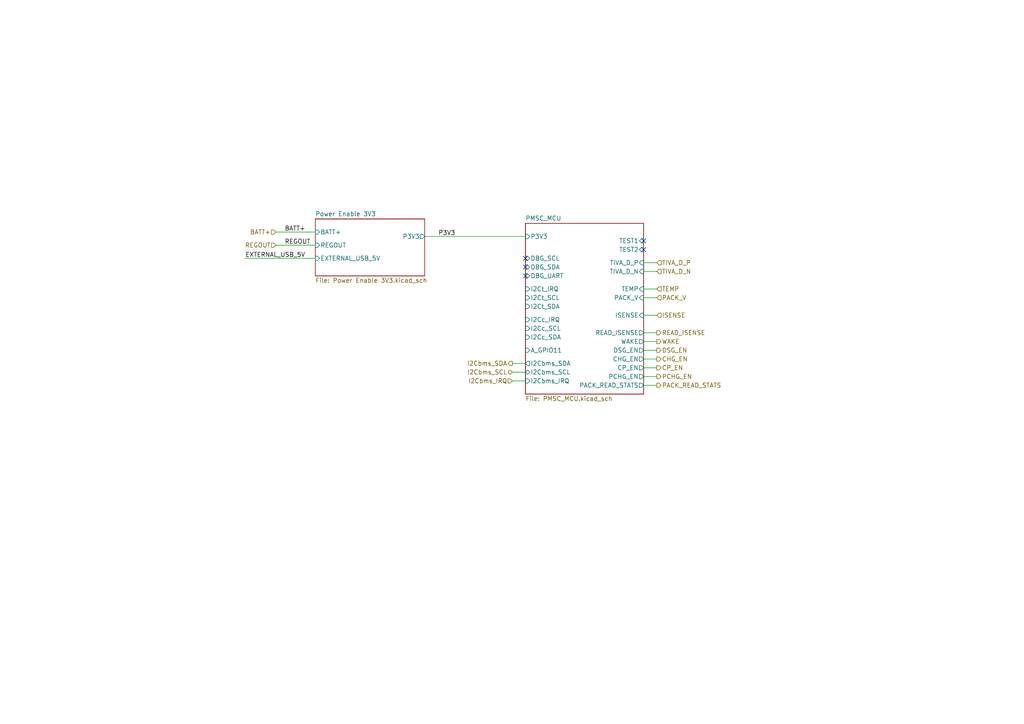
<source format=kicad_sch>
(kicad_sch
	(version 20250114)
	(generator "eeschema")
	(generator_version "9.0")
	(uuid "c54544e0-23c5-4adc-aad4-e9f1599901eb")
	(paper "A4")
	(lib_symbols)
	(no_connect
		(at 152.4 74.93)
		(uuid "0470becd-01b1-453d-8722-e9cafd9ef582")
	)
	(no_connect
		(at 152.4 80.01)
		(uuid "6a2688d6-51fc-469c-a2a7-7aecd5c6f015")
	)
	(no_connect
		(at 186.69 69.85)
		(uuid "889d5d5b-6b91-43ab-8622-4d584d6ad5ca")
	)
	(no_connect
		(at 186.69 72.39)
		(uuid "d982fc8a-f2d3-45e4-8989-595272446292")
	)
	(no_connect
		(at 152.4 77.47)
		(uuid "e0f3e54b-d004-4f74-a57d-4efee7b75306")
	)
	(wire
		(pts
			(xy 186.69 106.68) (xy 190.5 106.68)
		)
		(stroke
			(width 0)
			(type default)
		)
		(uuid "061ff7e9-5859-43c3-a4bf-093a18377132")
	)
	(wire
		(pts
			(xy 186.69 78.74) (xy 190.5 78.74)
		)
		(stroke
			(width 0)
			(type default)
		)
		(uuid "0e0af28c-4252-4f6f-9d2f-aec5164134df")
	)
	(wire
		(pts
			(xy 186.69 99.06) (xy 190.5 99.06)
		)
		(stroke
			(width 0)
			(type default)
		)
		(uuid "308aea47-1448-4908-a5bb-1e6b4b8640af")
	)
	(wire
		(pts
			(xy 71.12 74.93) (xy 91.44 74.93)
		)
		(stroke
			(width 0)
			(type default)
		)
		(uuid "4469ee48-515b-43d9-aac8-59959605a3f5")
	)
	(wire
		(pts
			(xy 148.59 110.49) (xy 152.4 110.49)
		)
		(stroke
			(width 0)
			(type default)
		)
		(uuid "45db15bf-4647-4b21-b5ce-be736ff8dd89")
	)
	(wire
		(pts
			(xy 186.69 91.44) (xy 190.5 91.44)
		)
		(stroke
			(width 0)
			(type default)
		)
		(uuid "644d250d-9906-4dc0-b1a4-3d314e2bf282")
	)
	(wire
		(pts
			(xy 186.69 109.22) (xy 190.5 109.22)
		)
		(stroke
			(width 0)
			(type default)
		)
		(uuid "6a99597f-1109-4662-bb80-6bfda50851c8")
	)
	(wire
		(pts
			(xy 186.69 96.52) (xy 190.5 96.52)
		)
		(stroke
			(width 0)
			(type default)
		)
		(uuid "78a6adb6-08da-4958-ad82-318d6edee8dd")
	)
	(wire
		(pts
			(xy 80.01 71.12) (xy 91.44 71.12)
		)
		(stroke
			(width 0)
			(type default)
		)
		(uuid "78dbd2db-e889-4c82-84a8-969267bcc71a")
	)
	(wire
		(pts
			(xy 148.59 105.41) (xy 152.4 105.41)
		)
		(stroke
			(width 0)
			(type default)
		)
		(uuid "8e2a34e8-af9b-42f9-b3f0-4ff0f5e3adea")
	)
	(wire
		(pts
			(xy 186.69 104.14) (xy 190.5 104.14)
		)
		(stroke
			(width 0)
			(type default)
		)
		(uuid "94a15a8e-6cb9-41ba-8bdc-a890f29f1b9e")
	)
	(wire
		(pts
			(xy 186.69 101.6) (xy 190.5 101.6)
		)
		(stroke
			(width 0)
			(type default)
		)
		(uuid "9b02185b-2b08-4486-929d-eaa06d26fa87")
	)
	(wire
		(pts
			(xy 186.69 83.82) (xy 190.5 83.82)
		)
		(stroke
			(width 0)
			(type default)
		)
		(uuid "a0e602f9-6ffc-43fc-b288-67b7e7ce3680")
	)
	(wire
		(pts
			(xy 186.69 76.2) (xy 190.5 76.2)
		)
		(stroke
			(width 0)
			(type default)
		)
		(uuid "c29810b2-2d57-46d7-8203-e66b2b158b98")
	)
	(wire
		(pts
			(xy 123.19 68.58) (xy 152.4 68.58)
		)
		(stroke
			(width 0)
			(type default)
		)
		(uuid "ca9d882e-0df6-4354-886c-046e32a501a4")
	)
	(wire
		(pts
			(xy 148.59 107.95) (xy 152.4 107.95)
		)
		(stroke
			(width 0)
			(type default)
		)
		(uuid "d3c0a2ad-cf25-4b94-845d-377c72fbb8fd")
	)
	(wire
		(pts
			(xy 186.69 111.76) (xy 190.5 111.76)
		)
		(stroke
			(width 0)
			(type default)
		)
		(uuid "d8c94108-ca17-4173-88d7-57b1b400894f")
	)
	(wire
		(pts
			(xy 186.69 86.36) (xy 190.5 86.36)
		)
		(stroke
			(width 0)
			(type default)
		)
		(uuid "e88738a2-c901-458f-a4ce-010b6e778b3f")
	)
	(wire
		(pts
			(xy 80.01 67.31) (xy 91.44 67.31)
		)
		(stroke
			(width 0)
			(type default)
		)
		(uuid "f27e44bc-e301-4ae3-827b-d42da1ddd3ef")
	)
	(label "EXTERNAL_USB_5V"
		(at 71.12 74.93 0)
		(effects
			(font
				(size 1.27 1.27)
			)
			(justify left bottom)
		)
		(uuid "81135adf-248b-46c3-a6cc-28b3cbbf0ea6")
	)
	(label "BATT+"
		(at 82.55 67.31 0)
		(effects
			(font
				(size 1.27 1.27)
			)
			(justify left bottom)
		)
		(uuid "8534b67a-c625-47a0-93d4-0149965790b8")
	)
	(label "P3V3"
		(at 132.08 68.58 180)
		(effects
			(font
				(size 1.27 1.27)
			)
			(justify right bottom)
		)
		(uuid "d8f488c6-e272-4a61-97c4-0f03d91f72b2")
	)
	(label "REGOUT"
		(at 82.55 71.12 0)
		(effects
			(font
				(size 1.27 1.27)
			)
			(justify left bottom)
		)
		(uuid "f4d5b5d1-632a-404b-bd94-6b47b28f142d")
	)
	(hierarchical_label "ISENSE"
		(shape input)
		(at 190.5 91.44 0)
		(effects
			(font
				(size 1.27 1.27)
			)
			(justify left)
		)
		(uuid "13fdfa73-2ae3-4026-9277-3f4050279da8")
	)
	(hierarchical_label "I2Cbms_SCL"
		(shape bidirectional)
		(at 148.59 107.95 180)
		(effects
			(font
				(size 1.27 1.27)
			)
			(justify right)
		)
		(uuid "1c7a2468-022d-43bb-9000-f7d4e46fa020")
	)
	(hierarchical_label "WAKE"
		(shape output)
		(at 190.5 99.06 0)
		(effects
			(font
				(size 1.27 1.27)
			)
			(justify left)
		)
		(uuid "1e396e89-8f09-4978-8b7c-e8534cd39b9a")
	)
	(hierarchical_label "PCHG_EN"
		(shape output)
		(at 190.5 109.22 0)
		(effects
			(font
				(size 1.27 1.27)
			)
			(justify left)
		)
		(uuid "2946dfd4-4872-432f-9822-3c2080ff244b")
	)
	(hierarchical_label "PACK_READ_STATS"
		(shape output)
		(at 190.5 111.76 0)
		(effects
			(font
				(size 1.27 1.27)
			)
			(justify left)
		)
		(uuid "2b7ac4de-6df8-41c5-99d6-730b06289e3c")
	)
	(hierarchical_label "TIVA_D_N"
		(shape input)
		(at 190.5 78.74 0)
		(effects
			(font
				(size 1.27 1.27)
			)
			(justify left)
		)
		(uuid "6a708754-d9e4-4303-a944-eb31d021feb7")
	)
	(hierarchical_label "CHG_EN"
		(shape output)
		(at 190.5 104.14 0)
		(effects
			(font
				(size 1.27 1.27)
			)
			(justify left)
		)
		(uuid "7fa865c7-d790-41b4-8988-4b75850971bd")
	)
	(hierarchical_label "I2Cbms_IRQ"
		(shape input)
		(at 148.59 110.49 180)
		(effects
			(font
				(size 1.27 1.27)
			)
			(justify right)
		)
		(uuid "8abfd8bc-7af8-4641-b744-22c646d94593")
	)
	(hierarchical_label "TEMP"
		(shape input)
		(at 190.5 83.82 0)
		(effects
			(font
				(size 1.27 1.27)
			)
			(justify left)
		)
		(uuid "8e8a699a-6afe-4484-aaac-989f04afb2a4")
	)
	(hierarchical_label "BATT+"
		(shape input)
		(at 80.01 67.31 180)
		(effects
			(font
				(size 1.27 1.27)
			)
			(justify right)
		)
		(uuid "bf89ad66-7e6e-431d-8482-6637e840c1f2")
	)
	(hierarchical_label "REGOUT"
		(shape input)
		(at 80.01 71.12 180)
		(effects
			(font
				(size 1.27 1.27)
			)
			(justify right)
		)
		(uuid "c113ac9d-edd5-4563-8415-af6d5c6fcf9c")
	)
	(hierarchical_label "READ_ISENSE"
		(shape output)
		(at 190.5 96.52 0)
		(effects
			(font
				(size 1.27 1.27)
			)
			(justify left)
		)
		(uuid "c6d50f6a-d1ca-4dce-8663-51e10183f402")
	)
	(hierarchical_label "DSG_EN"
		(shape output)
		(at 190.5 101.6 0)
		(effects
			(font
				(size 1.27 1.27)
			)
			(justify left)
		)
		(uuid "cfb5e21b-566b-447f-81ca-290e8ef8b0e3")
	)
	(hierarchical_label "PACK_V"
		(shape input)
		(at 190.5 86.36 0)
		(effects
			(font
				(size 1.27 1.27)
			)
			(justify left)
		)
		(uuid "d50ddb28-4dac-4662-a134-b181dbeea63a")
	)
	(hierarchical_label "I2Cbms_SDA"
		(shape output)
		(at 148.59 105.41 180)
		(effects
			(font
				(size 1.27 1.27)
			)
			(justify right)
		)
		(uuid "d8e43aaf-8e57-4cc5-8ea9-7808a1f4a9e0")
	)
	(hierarchical_label "TIVA_D_P"
		(shape input)
		(at 190.5 76.2 0)
		(effects
			(font
				(size 1.27 1.27)
			)
			(justify left)
		)
		(uuid "e0fe0c4f-1ecd-41c0-949d-59f2200adda5")
	)
	(hierarchical_label "CP_EN"
		(shape output)
		(at 190.5 106.68 0)
		(effects
			(font
				(size 1.27 1.27)
			)
			(justify left)
		)
		(uuid "fa4b59d7-cedd-462c-968e-ef5dda2ec57b")
	)
	(sheet
		(at 91.44 63.5)
		(size 31.75 16.51)
		(exclude_from_sim no)
		(in_bom yes)
		(on_board yes)
		(dnp no)
		(fields_autoplaced yes)
		(stroke
			(width 0.1524)
			(type solid)
		)
		(fill
			(color 0 0 0 0.0000)
		)
		(uuid "3802a177-d38b-464c-9270-4efc10a69d29")
		(property "Sheetname" "Power Enable 3V3"
			(at 91.44 62.7884 0)
			(effects
				(font
					(size 1.27 1.27)
				)
				(justify left bottom)
			)
		)
		(property "Sheetfile" "Power Enable 3V3.kicad_sch"
			(at 91.44 80.5946 0)
			(effects
				(font
					(size 1.27 1.27)
				)
				(justify left top)
			)
		)
		(pin "BATT+" input
			(at 91.44 67.31 180)
			(uuid "a8ae63fd-c6cf-4847-8541-2700f6248bc0")
			(effects
				(font
					(size 1.27 1.27)
				)
				(justify left)
			)
		)
		(pin "P3V3" output
			(at 123.19 68.58 0)
			(uuid "56bb1286-3356-4dbb-a925-c35169e12b06")
			(effects
				(font
					(size 1.27 1.27)
				)
				(justify right)
			)
		)
		(pin "REGOUT" input
			(at 91.44 71.12 180)
			(uuid "3acf62c3-99a9-408b-8b68-a550f42972b2")
			(effects
				(font
					(size 1.27 1.27)
				)
				(justify left)
			)
		)
		(pin "EXTERNAL_USB_5V" input
			(at 91.44 74.93 180)
			(uuid "09e8203e-2235-4fc1-8c5e-4641b443ef06")
			(effects
				(font
					(size 1.27 1.27)
				)
				(justify left)
			)
		)
		(instances
			(project "Project-Star"
				(path "/fc8533bc-25dd-4c20-9b4c-ffebebd6739b/4e2cfc12-ee40-4d17-9d6f-838ea40fdecb"
					(page "16")
				)
			)
		)
	)
	(sheet
		(at 152.4 64.77)
		(size 34.29 49.53)
		(exclude_from_sim no)
		(in_bom yes)
		(on_board yes)
		(dnp no)
		(fields_autoplaced yes)
		(stroke
			(width 0.1524)
			(type solid)
		)
		(fill
			(color 0 0 0 0.0000)
		)
		(uuid "45e3737c-87b6-4a0a-9bbf-f87983ecc7f3")
		(property "Sheetname" "PMSC_MCU"
			(at 152.4 64.0584 0)
			(effects
				(font
					(size 1.27 1.27)
				)
				(justify left bottom)
			)
		)
		(property "Sheetfile" "PMSC_MCU.kicad_sch"
			(at 152.4 114.8846 0)
			(effects
				(font
					(size 1.27 1.27)
				)
				(justify left top)
			)
		)
		(pin "DBG_UART" input
			(at 152.4 80.01 180)
			(uuid "9f92108e-fae9-47a3-b532-2b433752a19e")
			(effects
				(font
					(size 1.27 1.27)
				)
				(justify left)
			)
		)
		(pin "P3V3" input
			(at 152.4 68.58 180)
			(uuid "314a439b-01e3-4b1b-a30b-1ce8534fd02b")
			(effects
				(font
					(size 1.27 1.27)
				)
				(justify left)
			)
		)
		(pin "TIVA_D_N" input
			(at 186.69 78.74 0)
			(uuid "1fc6c6f5-59d6-4093-b420-964a31ee82a5")
			(effects
				(font
					(size 1.27 1.27)
				)
				(justify right)
			)
		)
		(pin "A_GPIO11" input
			(at 152.4 101.6 180)
			(uuid "c533b2b8-1d2b-4be2-8054-32a9e182ec7d")
			(effects
				(font
					(size 1.27 1.27)
				)
				(justify left)
			)
		)
		(pin "I2Cc_IRQ" input
			(at 152.4 92.71 180)
			(uuid "059101e3-f2d0-4453-86dc-ca9e39de32ba")
			(effects
				(font
					(size 1.27 1.27)
				)
				(justify left)
			)
		)
		(pin "I2Ct_SCL" input
			(at 152.4 86.36 180)
			(uuid "432acb2b-79d0-4e11-b37f-29fcc4d4c101")
			(effects
				(font
					(size 1.27 1.27)
				)
				(justify left)
			)
		)
		(pin "TEST2" input
			(at 186.69 72.39 0)
			(uuid "387621af-bfd3-4a09-a772-7b6f130a805d")
			(effects
				(font
					(size 1.27 1.27)
				)
				(justify right)
			)
		)
		(pin "TEST1" input
			(at 186.69 69.85 0)
			(uuid "a27bfc73-4b37-4bb5-9328-0e22b9cd0bd8")
			(effects
				(font
					(size 1.27 1.27)
				)
				(justify right)
			)
		)
		(pin "I2Cc_SCL" input
			(at 152.4 95.25 180)
			(uuid "dcd98dae-121a-4ece-8b5d-29373c75652e")
			(effects
				(font
					(size 1.27 1.27)
				)
				(justify left)
			)
		)
		(pin "I2Cc_SDA" input
			(at 152.4 97.79 180)
			(uuid "d42e63a2-e6e0-44cc-b740-32eec98d8044")
			(effects
				(font
					(size 1.27 1.27)
				)
				(justify left)
			)
		)
		(pin "I2Ct_IRQ" input
			(at 152.4 83.82 180)
			(uuid "c4c882a7-244f-47d5-948f-a3350f0c04a4")
			(effects
				(font
					(size 1.27 1.27)
				)
				(justify left)
			)
		)
		(pin "DBG_SCL" input
			(at 152.4 74.93 180)
			(uuid "61827d56-aa75-47a6-88f4-a6fe572cbce2")
			(effects
				(font
					(size 1.27 1.27)
				)
				(justify left)
			)
		)
		(pin "DBG_SDA" input
			(at 152.4 77.47 180)
			(uuid "d7c82d90-30bf-432b-aea5-1148da6c60d4")
			(effects
				(font
					(size 1.27 1.27)
				)
				(justify left)
			)
		)
		(pin "TIVA_D_P" input
			(at 186.69 76.2 0)
			(uuid "5d3d0b80-ab43-4005-a154-ed90292ac94c")
			(effects
				(font
					(size 1.27 1.27)
				)
				(justify right)
			)
		)
		(pin "I2Ct_SDA" input
			(at 152.4 88.9 180)
			(uuid "981099e1-1d14-41f4-ab4f-767e0f838c89")
			(effects
				(font
					(size 1.27 1.27)
				)
				(justify left)
			)
		)
		(pin "READ_ISENSE" output
			(at 186.69 96.52 0)
			(uuid "ac51caf5-9e22-4a0e-bb24-251f90dabe05")
			(effects
				(font
					(size 1.27 1.27)
				)
				(justify right)
			)
		)
		(pin "WAKE" output
			(at 186.69 99.06 0)
			(uuid "baf9bc10-1c81-4154-93d6-855aa9500a19")
			(effects
				(font
					(size 1.27 1.27)
				)
				(justify right)
			)
		)
		(pin "TEMP" input
			(at 186.69 83.82 0)
			(uuid "d69f6b3c-65b3-45bb-a720-7a234c86ad79")
			(effects
				(font
					(size 1.27 1.27)
				)
				(justify right)
			)
		)
		(pin "PACK_READ_STATS" output
			(at 186.69 111.76 0)
			(uuid "29f0b1e1-3ca1-4548-84dc-46c975cb00c4")
			(effects
				(font
					(size 1.27 1.27)
				)
				(justify right)
			)
		)
		(pin "PACK_V" input
			(at 186.69 86.36 0)
			(uuid "57fe6da8-94af-414b-8b77-495de7dd5cdf")
			(effects
				(font
					(size 1.27 1.27)
				)
				(justify right)
			)
		)
		(pin "PCHG_EN" output
			(at 186.69 109.22 0)
			(uuid "6e0746b3-687c-4731-85c8-f232cfd92332")
			(effects
				(font
					(size 1.27 1.27)
				)
				(justify right)
			)
		)
		(pin "CP_EN" output
			(at 186.69 106.68 0)
			(uuid "f6bbc3f0-c111-489b-9daf-3f8a31983844")
			(effects
				(font
					(size 1.27 1.27)
				)
				(justify right)
			)
		)
		(pin "ISENSE" input
			(at 186.69 91.44 0)
			(uuid "2e9cb140-3046-4abe-9f2e-c98331f268aa")
			(effects
				(font
					(size 1.27 1.27)
				)
				(justify right)
			)
		)
		(pin "DSG_EN" output
			(at 186.69 101.6 0)
			(uuid "a110b8bf-ddd2-438f-89e7-9cad42889380")
			(effects
				(font
					(size 1.27 1.27)
				)
				(justify right)
			)
		)
		(pin "CHG_EN" output
			(at 186.69 104.14 0)
			(uuid "d6ded45c-3d5d-4981-a92f-042eda6919fe")
			(effects
				(font
					(size 1.27 1.27)
				)
				(justify right)
			)
		)
		(pin "I2Cbms_SCL" bidirectional
			(at 152.4 107.95 180)
			(uuid "57865549-54e5-4d2e-aa60-0cd0ab6ced51")
			(effects
				(font
					(size 1.27 1.27)
				)
				(justify left)
			)
		)
		(pin "I2Cbms_IRQ" input
			(at 152.4 110.49 180)
			(uuid "142042e4-ddfa-464f-9ad0-6b3fdc047166")
			(effects
				(font
					(size 1.27 1.27)
				)
				(justify left)
			)
		)
		(pin "I2Cbms_SDA" output
			(at 152.4 105.41 180)
			(uuid "ad7635ff-2dbe-4882-8472-1e4b44c30c2e")
			(effects
				(font
					(size 1.27 1.27)
				)
				(justify left)
			)
		)
		(instances
			(project "Project-Star"
				(path "/fc8533bc-25dd-4c20-9b4c-ffebebd6739b/4e2cfc12-ee40-4d17-9d6f-838ea40fdecb"
					(page "18")
				)
			)
		)
	)
)

</source>
